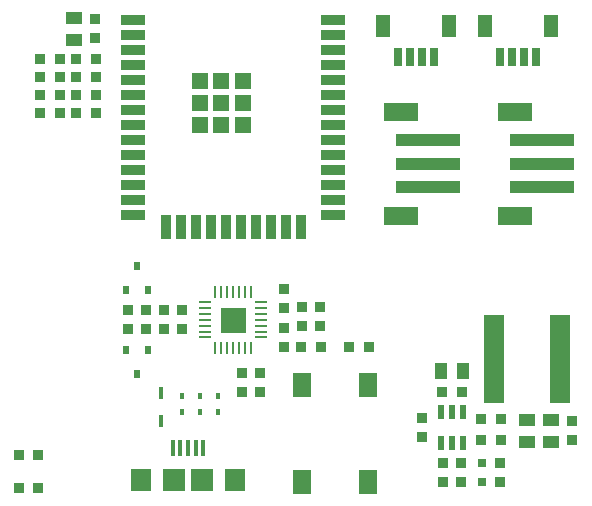
<source format=gtp>
%TF.GenerationSoftware,KiCad,Pcbnew,8.0.4*%
%TF.CreationDate,2024-09-05T11:54:57-04:00*%
%TF.ProjectId,ESP32-RC_R0,45535033-322d-4524-935f-52302e6b6963,0*%
%TF.SameCoordinates,Original*%
%TF.FileFunction,Paste,Top*%
%TF.FilePolarity,Positive*%
%FSLAX46Y46*%
G04 Gerber Fmt 4.6, Leading zero omitted, Abs format (unit mm)*
G04 Created by KiCad (PCBNEW 8.0.4) date 2024-09-05 11:54:57*
%MOMM*%
%LPD*%
G01*
G04 APERTURE LIST*
%ADD10C,0.010000*%
%ADD11R,0.800000X0.800000*%
%ADD12R,0.939800X0.812800*%
%ADD13R,0.812800X0.939800*%
%ADD14R,0.400000X0.480000*%
%ADD15R,1.397000X1.016000*%
%ADD16R,1.016000X1.397000*%
%ADD17R,1.803400X7.493000*%
%ADD18R,0.270000X0.990000*%
%ADD19R,0.990000X0.270000*%
%ADD20R,0.660400X1.549400*%
%ADD21R,1.295400X1.905000*%
%ADD22R,2.000000X0.900000*%
%ADD23R,0.900000X2.000000*%
%ADD24R,1.330000X1.330000*%
%ADD25R,1.500000X2.000000*%
%ADD26R,0.600000X0.800000*%
%ADD27R,0.400000X1.350000*%
%ADD28R,1.800000X1.900000*%
%ADD29R,1.900000X1.900000*%
%ADD30R,0.600000X1.150000*%
%ADD31R,5.500000X1.000000*%
%ADD32R,3.000000X1.600000*%
%ADD33R,0.460000X1.040000*%
G04 APERTURE END LIST*
D10*
%TO.C,U1*%
X135139740Y-99833740D02*
X133084260Y-99833740D01*
X133084260Y-97778260D01*
X135139740Y-97778260D01*
X135139740Y-99833740D01*
G36*
X135139740Y-99833740D02*
G01*
X133084260Y-99833740D01*
X133084260Y-97778260D01*
X135139740Y-97778260D01*
X135139740Y-99833740D01*
G37*
%TD*%
D11*
%TO.C,D5*%
X155194000Y-112560000D03*
X155194000Y-110960000D03*
%TD*%
D12*
%TO.C,R8*%
X138430000Y-101142800D03*
X138430000Y-99517200D03*
%TD*%
D13*
%TO.C,R9*%
X122478800Y-76708000D03*
X120853200Y-76708000D03*
%TD*%
D14*
%TO.C,D2*%
X132842000Y-106578000D03*
X132842000Y-105258000D03*
%TD*%
D13*
%TO.C,C7*%
X145592800Y-101092000D03*
X143967200Y-101092000D03*
%TD*%
%TO.C,R3*%
X122478800Y-79756000D03*
X120853200Y-79756000D03*
%TD*%
%TO.C,C10*%
X151841200Y-104902000D03*
X153466800Y-104902000D03*
%TD*%
D12*
%TO.C,R18*%
X150114000Y-107137200D03*
X150114000Y-108762800D03*
%TD*%
D14*
%TO.C,D3*%
X131318000Y-106578000D03*
X131318000Y-105258000D03*
%TD*%
D13*
%TO.C,R1*%
X115976400Y-113030000D03*
X117602000Y-113030000D03*
%TD*%
D15*
%TO.C,C4*%
X120650000Y-75082400D03*
X120650000Y-73253600D03*
%TD*%
D12*
%TO.C,C2*%
X134874000Y-103327200D03*
X134874000Y-104952800D03*
%TD*%
%TO.C,R15*%
X125222000Y-99618800D03*
X125222000Y-97993200D03*
%TD*%
D14*
%TO.C,D4*%
X129794000Y-106578000D03*
X129794000Y-105258000D03*
%TD*%
D13*
%TO.C,C8*%
X155143200Y-108966000D03*
X156768800Y-108966000D03*
%TD*%
D12*
%TO.C,R12*%
X141478000Y-99364800D03*
X141478000Y-97739200D03*
%TD*%
D13*
%TO.C,R7*%
X119430800Y-81280000D03*
X117805200Y-81280000D03*
%TD*%
D16*
%TO.C,C9*%
X151739600Y-103124000D03*
X153568400Y-103124000D03*
%TD*%
D13*
%TO.C,R17*%
X156768800Y-107188000D03*
X155143200Y-107188000D03*
%TD*%
D15*
%TO.C,C12*%
X159004000Y-107289600D03*
X159004000Y-109118400D03*
%TD*%
D12*
%TO.C,R20*%
X156718000Y-112572800D03*
X156718000Y-110947200D03*
%TD*%
%TO.C,C3*%
X122428000Y-74980800D03*
X122428000Y-73355200D03*
%TD*%
%TO.C,R11*%
X139954000Y-97739200D03*
X139954000Y-99364800D03*
%TD*%
D13*
%TO.C,R22*%
X115976400Y-110236000D03*
X117602000Y-110236000D03*
%TD*%
%TO.C,C6*%
X139903200Y-101092000D03*
X141528800Y-101092000D03*
%TD*%
D17*
%TO.C,L1*%
X156210000Y-102108000D03*
X161798000Y-102108000D03*
%TD*%
D12*
%TO.C,R10*%
X138430000Y-97840800D03*
X138430000Y-96215200D03*
%TD*%
D13*
%TO.C,C5*%
X119430800Y-76708000D03*
X117805200Y-76708000D03*
%TD*%
D18*
%TO.C,U1*%
X132612000Y-101166000D03*
X133112000Y-101166000D03*
X133612000Y-101166000D03*
X134112000Y-101166000D03*
X134612000Y-101166000D03*
X135112000Y-101166000D03*
X135612000Y-101166000D03*
D19*
X136472000Y-100306000D03*
X136472000Y-99806000D03*
X136472000Y-99306000D03*
X136472000Y-98806000D03*
X136472000Y-98306000D03*
X136472000Y-97806000D03*
X136472000Y-97306000D03*
D18*
X135612000Y-96446000D03*
X135112000Y-96446000D03*
X134612000Y-96446000D03*
X134112000Y-96446000D03*
X133612000Y-96446000D03*
X133112000Y-96446000D03*
X132612000Y-96446000D03*
D19*
X131752000Y-97306000D03*
X131752000Y-97806000D03*
X131752000Y-98306000D03*
X131752000Y-98806000D03*
X131752000Y-99306000D03*
X131752000Y-99806000D03*
X131752000Y-100306000D03*
%TD*%
D13*
%TO.C,R4*%
X122478800Y-81280000D03*
X120853200Y-81280000D03*
%TD*%
D15*
%TO.C,C11*%
X161036000Y-107289600D03*
X161036000Y-109118400D03*
%TD*%
D12*
%TO.C,C1*%
X136398000Y-103327200D03*
X136398000Y-104952800D03*
%TD*%
D20*
%TO.C,J3*%
X148106000Y-76558201D03*
X149106001Y-76558201D03*
X150105999Y-76558201D03*
X151106000Y-76558201D03*
D21*
X146806001Y-73978201D03*
X152405999Y-73978201D03*
%TD*%
D12*
%TO.C,R16*%
X126746000Y-97993200D03*
X126746000Y-99618800D03*
%TD*%
D22*
%TO.C,U2*%
X125612000Y-73472000D03*
X125612000Y-74742000D03*
X125612000Y-76012000D03*
X125612000Y-77282000D03*
X125612000Y-78552000D03*
X125612000Y-79822000D03*
X125612000Y-81092000D03*
X125612000Y-82362000D03*
X125612000Y-83632000D03*
X125612000Y-84902000D03*
X125612000Y-86172000D03*
X125612000Y-87442000D03*
X125612000Y-88712000D03*
X125612000Y-89982000D03*
D23*
X128397000Y-90982000D03*
X129667000Y-90982000D03*
X130937000Y-90982000D03*
X132207000Y-90982000D03*
X133477000Y-90982000D03*
X134747000Y-90982000D03*
X136017000Y-90982000D03*
X137287000Y-90982000D03*
X138557000Y-90982000D03*
X139827000Y-90982000D03*
D22*
X142612000Y-89982000D03*
X142612000Y-88712000D03*
X142612000Y-87442000D03*
X142612000Y-86172000D03*
X142612000Y-84902000D03*
X142612000Y-83632000D03*
X142612000Y-82362000D03*
X142612000Y-81092000D03*
X142612000Y-79822000D03*
X142612000Y-78552000D03*
X142612000Y-77282000D03*
X142612000Y-76012000D03*
X142612000Y-74742000D03*
X142612000Y-73472000D03*
D24*
X133112000Y-80472000D03*
X131277000Y-82307000D03*
X133112000Y-82307000D03*
X134947000Y-82307000D03*
X134947000Y-80472000D03*
X134947000Y-78637000D03*
X133112000Y-78637000D03*
X131277000Y-78637000D03*
X131277000Y-80472000D03*
%TD*%
D25*
%TO.C,S1*%
X139954000Y-112558000D03*
X139954000Y-104358000D03*
%TD*%
D12*
%TO.C,R14*%
X128270000Y-99618800D03*
X128270000Y-97993200D03*
%TD*%
%TO.C,R13*%
X129794000Y-99618800D03*
X129794000Y-97993200D03*
%TD*%
D26*
%TO.C,Q2*%
X126934000Y-101352000D03*
X125034000Y-101352000D03*
X125984000Y-103372000D03*
%TD*%
D13*
%TO.C,R5*%
X119430800Y-78232000D03*
X117805200Y-78232000D03*
%TD*%
D27*
%TO.C,J8*%
X129002000Y-109689000D03*
X129652000Y-109689000D03*
X130302000Y-109689000D03*
X130952000Y-109689000D03*
X131602000Y-109689000D03*
D28*
X126302000Y-112364000D03*
D29*
X129102000Y-112364000D03*
X131502000Y-112364000D03*
D28*
X134302000Y-112364000D03*
%TD*%
D20*
%TO.C,J4*%
X156742000Y-76558201D03*
X157742001Y-76558201D03*
X158741999Y-76558201D03*
X159742000Y-76558201D03*
D21*
X155442001Y-73978201D03*
X161041999Y-73978201D03*
%TD*%
D26*
%TO.C,Q1*%
X125034000Y-96260000D03*
X126934000Y-96260000D03*
X125984000Y-94240000D03*
%TD*%
D30*
%TO.C,U3*%
X153604000Y-106650000D03*
X152654000Y-106650000D03*
X151704000Y-106650000D03*
X151704000Y-109250000D03*
X152654000Y-109250000D03*
X153604000Y-109250000D03*
%TD*%
D13*
%TO.C,R6*%
X119430800Y-79756000D03*
X117805200Y-79756000D03*
%TD*%
D12*
%TO.C,R21*%
X151892000Y-110947200D03*
X151892000Y-112572800D03*
%TD*%
D31*
%TO.C,J6*%
X150586000Y-87598000D03*
X150586000Y-85598000D03*
X150586000Y-83598000D03*
D32*
X148336000Y-89998000D03*
X148336000Y-81198000D03*
%TD*%
D12*
%TO.C,R19*%
X153416000Y-112572800D03*
X153416000Y-110947200D03*
%TD*%
D33*
%TO.C,D1*%
X128016000Y-107362000D03*
X128016000Y-104982000D03*
%TD*%
D31*
%TO.C,J7*%
X160238000Y-87598000D03*
X160238000Y-85598000D03*
X160238000Y-83598000D03*
D32*
X157988000Y-89998000D03*
X157988000Y-81198000D03*
%TD*%
D12*
%TO.C,R23*%
X162814000Y-107340400D03*
X162814000Y-108966000D03*
%TD*%
D13*
%TO.C,R2*%
X122478800Y-78232000D03*
X120853200Y-78232000D03*
%TD*%
D25*
%TO.C,S2*%
X145542000Y-112558000D03*
X145542000Y-104358000D03*
%TD*%
M02*

</source>
